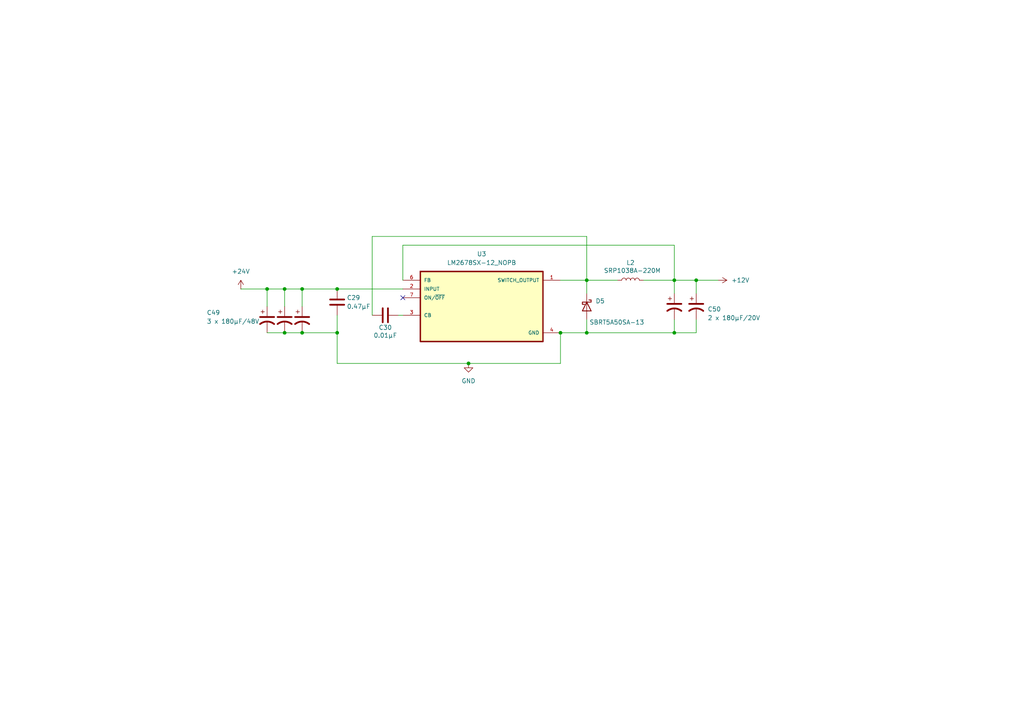
<source format=kicad_sch>
(kicad_sch (version 20250114) (generator "eeschema") (generator_version "9.0")
  (paper "A4")
  (lib_symbols
    (symbol "Device:C" (pin_numbers (hide yes)) (pin_names (offset 0.254))
      (property "Reference" "C" (at 0.635 2.54 0))
      (property "Value" "C" (at 0.635 -2.54 0))
      (symbol "C_0_1"
        (polyline (pts (xy -2.032 0.762) (xy 2.032 0.762)) (stroke (width 0.508)))
        (polyline (pts (xy -2.032 -0.762) (xy 2.032 -0.762)) (stroke (width 0.508)))
      )
      (symbol "C_1_1"
        (pin passive line (at 0 3.81 270) (length 2.794) (name "~") (number "1"))
        (pin passive line (at 0 -3.81 90) (length 2.794) (name "~") (number "2"))
      )
    )
    (symbol "Device:C_Polarized_US" (pin_numbers (hide yes)) (pin_names (offset 0.254) (hide yes))
      (property "Reference" "C" (at 0.635 2.54 0))
      (property "Value" "C_Polarized_US" (at 0.635 -2.54 0))
      (symbol "C_Polarized_US_0_1"
        (polyline (pts (xy -2.032 0.762) (xy 2.032 0.762)) (stroke (width 0.508)))
        (polyline (pts (xy -1.778 2.286) (xy -0.762 2.286)))
        (polyline (pts (xy -1.27 1.778) (xy -1.27 2.794)))
        (arc (start -2.032 -1.27) (mid 0 -0.5572) (end 2.032 -1.27) (stroke (width 0.508)))
      )
      (symbol "C_Polarized_US_1_1"
        (pin passive line (at 0 3.81 270) (length 2.794) (name "~") (number "1"))
        (pin passive line (at 0 -3.81 90) (length 3.302) (name "~") (number "2"))
      )
    )
    (symbol "Device:D_Schottky" (pin_numbers (hide yes)) (pin_names (offset 1.016) (hide yes))
      (property "Reference" "D" (at 0 2.54 0))
      (property "Value" "D_Schottky" (at 0 -2.54 0))
      (symbol "D_Schottky_0_1"
        (polyline (pts (xy -1.905 0.635) (xy -1.905 1.27) (xy -1.27 1.27) (xy -1.27 -1.27) (xy -0.635 -1.27) (xy -0.635 -0.635)) (stroke (width 0.254)))
        (polyline (pts (xy 1.27 1.27) (xy 1.27 -1.27) (xy -1.27 0) (xy 1.27 1.27)) (stroke (width 0.254)))
        (polyline (pts (xy 1.27 0) (xy -1.27 0)))
      )
      (symbol "D_Schottky_1_1"
        (pin passive line (at -3.81 0 0) (length 2.54) (name "K") (number "1"))
        (pin passive line (at 3.81 0 180) (length 2.54) (name "A") (number "2"))
      )
    )
    (symbol "Device:L" (pin_numbers (hide yes)) (pin_names (offset 1.016) (hide yes))
      (property "Reference" "L" (at -1.27 0 90))
      (property "Value" "L" (at 1.905 0 90))
      (symbol "L_0_1"
        (arc (start 0 2.54) (mid 0.6323 1.905) (end 0 1.27))
        (arc (start 0 1.27) (mid 0.6323 0.635) (end 0 0))
        (arc (start 0 0) (mid 0.6323 -0.635) (end 0 -1.27))
        (arc (start 0 -1.27) (mid 0.6323 -1.905) (end 0 -2.54))
      )
      (symbol "L_1_1"
        (pin passive line (at 0 3.81 270) (length 1.27) (name "1") (number "1"))
        (pin passive line (at 0 -3.81 90) (length 1.27) (name "2") (number "2"))
      )
    )
    (symbol "LM2678SX-12_NOPB:LM2678SX-12_NOPB" (pin_names (offset 1.016))
      (property "Reference" "U" (at -17.78 11.16 0))
      (property "Value" "LM2678SX-12_NOPB" (at -17.78 -14.16 0))
      (symbol "LM2678SX-12_NOPB_0_0"
        (rectangle (start -17.78 -10.16) (end 17.78 10.16) (stroke (width 0.41)) (fill (type background)))
        (pin input line (at -22.86 7.62 0) (length 5.08) (name "FB") (number "6"))
        (pin input line (at -22.86 5.08 0) (length 5.08) (name "INPUT") (number "2"))
        (pin input line (at -22.86 2.54 0) (length 5.08) (name "ON/~{OFF}") (number "7"))
        (pin bidirectional line (at -22.86 -2.54 0) (length 5.08) (name "CB") (number "3"))
        (pin output line (at 22.86 7.62 180) (length 5.08) (name "SWITCH_OUTPUT") (number "1"))
        (pin power_in line (at 22.86 -7.62 180) (length 5.08) (name "GND") (number "4"))
      )
    )
    (symbol "power:+12V" (power) (pin_numbers (hide yes)) (pin_names (offset 0) (hide yes))
      (property "Value" "+12V" (at 0 3.556 0))
      (symbol "+12V_0_1"
        (polyline (pts (xy -0.762 1.27) (xy 0 2.54)))
        (polyline (pts (xy 0 2.54) (xy 0.762 1.27)))
        (polyline (pts (xy 0 0) (xy 0 2.54)))
      )
      (symbol "+12V_1_1"
        (pin power_in line (at 0 0 90) (length 0) (name "~") (number "1"))
      )
    )
    (symbol "power:+24V" (power) (pin_numbers (hide yes)) (pin_names (offset 0) (hide yes))
      (property "Value" "+24V" (at 0 3.556 0))
      (symbol "+24V_0_1"
        (polyline (pts (xy -0.762 1.27) (xy 0 2.54)))
        (polyline (pts (xy 0 2.54) (xy 0.762 1.27)))
        (polyline (pts (xy 0 0) (xy 0 2.54)))
      )
      (symbol "+24V_1_1"
        (pin power_in line (at 0 0 90) (length 0) (name "~") (number "1"))
      )
    )
    (symbol "power:GND" (power) (pin_numbers (hide yes)) (pin_names (offset 0) (hide yes))
      (property "Value" "GND" (at 0 -3.81 0))
      (symbol "GND_0_1"
        (polyline (pts (xy 0 0) (xy 0 -1.27) (xy 1.27 -1.27) (xy 0 -2.54) (xy -1.27 -1.27) (xy 0 -1.27)))
      )
      (symbol "GND_1_1"
        (pin power_in line (at 0 0 270) (length 0) (name "~") (number "1"))
      )
    )
  )
  (junction (at 82.55 83.82))
  (junction (at 87.63 83.82))
  (junction (at 195.58 96.52))
  (junction (at 97.79 96.52))
  (junction (at 135.89 105.41))
  (junction (at 77.47 83.82))
  (junction (at 97.79 83.82))
  (junction (at 82.55 96.52))
  (junction (at 162.56 96.52))
  (junction (at 201.93 81.28))
  (junction (at 195.58 81.28))
  (junction (at 170.18 96.52))
  (junction (at 170.18 81.28))
  (junction (at 87.63 96.52))
  (no_connect (at 116.84 86.36))
  (wire (pts (xy 201.93 92.71) (xy 201.93 96.52)))
  (wire (pts (xy 201.93 81.28) (xy 208.28 81.28)))
  (wire (pts (xy 87.63 83.82) (xy 97.79 83.82)))
  (wire (pts (xy 170.18 96.52) (xy 162.56 96.52)))
  (wire (pts (xy 77.47 83.82) (xy 82.55 83.82)))
  (wire (pts (xy 87.63 88.9) (xy 87.63 83.82)))
  (wire (pts (xy 170.18 92.71) (xy 170.18 96.52)))
  (wire (pts (xy 201.93 96.52) (xy 195.58 96.52)))
  (wire (pts (xy 195.58 71.12) (xy 195.58 81.28)))
  (wire (pts (xy 170.18 96.52) (xy 195.58 96.52)))
  (wire (pts (xy 115.57 91.44) (xy 116.84 91.44)))
  (wire (pts (xy 195.58 81.28) (xy 195.58 85.09)))
  (wire (pts (xy 186.69 81.28) (xy 195.58 81.28)))
  (wire (pts (xy 201.93 85.09) (xy 201.93 81.28)))
  (wire (pts (xy 97.79 96.52) (xy 97.79 105.41)))
  (wire (pts (xy 97.79 91.44) (xy 97.79 96.52)))
  (wire (pts (xy 170.18 81.28) (xy 179.07 81.28)))
  (wire (pts (xy 97.79 105.41) (xy 135.89 105.41)))
  (wire (pts (xy 77.47 88.9) (xy 77.47 83.82)))
  (wire (pts (xy 195.58 92.71) (xy 195.58 96.52)))
  (wire (pts (xy 107.95 68.58) (xy 170.18 68.58)))
  (wire (pts (xy 170.18 81.28) (xy 170.18 85.09)))
  (wire (pts (xy 162.56 96.52) (xy 162.56 105.41)))
  (wire (pts (xy 195.58 81.28) (xy 201.93 81.28)))
  (wire (pts (xy 77.47 96.52) (xy 82.55 96.52)))
  (wire (pts (xy 170.18 68.58) (xy 170.18 81.28)))
  (wire (pts (xy 116.84 71.12) (xy 195.58 71.12)))
  (wire (pts (xy 162.56 81.28) (xy 170.18 81.28)))
  (wire (pts (xy 116.84 71.12) (xy 116.84 81.28)))
  (wire (pts (xy 69.85 83.82) (xy 77.47 83.82)))
  (wire (pts (xy 107.95 91.44) (xy 107.95 68.58)))
  (wire (pts (xy 97.79 83.82) (xy 116.84 83.82)))
  (wire (pts (xy 82.55 88.9) (xy 82.55 83.82)))
  (wire (pts (xy 82.55 83.82) (xy 87.63 83.82)))
  (wire (pts (xy 82.55 96.52) (xy 87.63 96.52)))
  (wire (pts (xy 135.89 105.41) (xy 162.56 105.41)))
  (wire (pts (xy 97.79 96.52) (xy 87.63 96.52)))
  (symbol (lib_id "Device:L") (at 182.88 81.28 90) (unit 1)
    (property "Reference" "L2" (at 182.88 76.2 90))
    (property "Value" "SRP1038A-220M" (at 183.388 78.486 90))
    (property "Footprint" "Footprints:SRP1038A-220M_BRN" (effects (hide yes)))
    (property "Description" "Inductor" (effects (hide yes)))
  )
  (symbol (lib_id "Device:C_Polarized_US") (at 87.63 92.71 0) (unit 1)
    (property "Reference" "C28" (effects (hide yes)))
    (property "Value" "C_Polarized_US" (effects (hide yes)))
    (property "Footprint" "Capacitor_SMD:CP_Elec_8x10.5" (effects (hide yes)))
    (property "Description" "Polarized capacitor, US symbol" (effects (hide yes)))
  )
  (symbol (lib_id "power:GND") (at 135.89 105.41 0) (unit 1)
    (property "Reference" "#PWR03" (effects (hide yes)))
    (property "Value" "GND" (at 135.89 110.49 0))
    (property "Description" "Power symbol creates a global label with name \"GND\" , ground" (effects (hide yes)))
  )
  (symbol (lib_id "Device:D_Schottky") (at 170.18 88.9 270) (unit 1)
    (property "Reference" "D5" (at 172.72 87.3124 90) (effects (justify left)))
    (property "Value" "SBRT5A50SA-13" (at 170.942 93.472 90) (effects (justify left)))
    (property "Footprint" "Footprints:SMA_DIO-L" (effects (hide yes)))
    (property "Description" "Schottky diode" (effects (hide yes)))
  )
  (symbol (lib_id "Device:C_Polarized_US") (at 201.93 88.9 0) (unit 1)
    (property "Reference" "C50" (at 205.232 89.662 0) (effects (justify left)))
    (property "Value" "2 x 180μF/20V" (at 205.232 92.202 0) (effects (justify left)))
    (property "Footprint" "Capacitor_SMD:CP_Elec_6.3x7.7" (effects (hide yes)))
    (property "Description" "Polarized capacitor, US symbol" (effects (hide yes)))
  )
  (symbol (lib_id "LM2678SX-12_NOPB:LM2678SX-12_NOPB") (at 139.7 88.9 0) (unit 1)
    (property "Reference" "U3" (at 139.7 73.66 0))
    (property "Value" "LM2678SX-12_NOPB" (at 139.7 76.2 0))
    (property "Footprint" "Package_TO_SOT_SMD:TO-263-7_TabPin8" (effects (hide yes)))
  )
  (symbol (lib_id "Device:C") (at 97.79 87.63 0) (unit 1)
    (property "Reference" "C29" (at 100.584 86.36 0) (effects (justify left)))
    (property "Value" "0.47μF" (at 100.584 88.9 0) (effects (justify left)))
    (property "Footprint" "Capacitor_SMD:C_0603_1608Metric_Pad1.08x0.95mm_HandSolder" (effects (hide yes)))
    (property "Description" "Unpolarized capacitor" (effects (hide yes)))
  )
  (symbol (lib_id "Device:C_Polarized_US") (at 82.55 92.71 0) (unit 1)
    (property "Reference" "C27" (effects (hide yes)))
    (property "Value" "C_Polarized_US" (effects (hide yes)))
    (property "Footprint" "Capacitor_SMD:CP_Elec_8x10.5" (effects (hide yes)))
    (property "Description" "Polarized capacitor, US symbol" (effects (hide yes)))
  )
  (symbol (lib_id "power:+24V") (at 69.85 83.82 0) (unit 1)
    (property "Reference" "#PWR07" (effects (hide yes)))
    (property "Value" "+24V" (at 69.85 78.74 0))
    (property "Description" "Power symbol creates a global label with name \"+24V\"" (effects (hide yes)))
  )
  (symbol (lib_id "Device:C") (at 111.76 91.44 90) (unit 1)
    (property "Reference" "C30" (at 111.76 94.996 90))
    (property "Value" "0.01μF" (at 111.76 97.282 90))
    (property "Footprint" "Capacitor_SMD:C_0603_1608Metric_Pad1.08x0.95mm_HandSolder" (effects (hide yes)))
    (property "Description" "Unpolarized capacitor" (effects (hide yes)))
  )
  (symbol (lib_id "power:+12V") (at 208.28 81.28 270) (unit 1)
    (property "Reference" "#PWR05" (effects (hide yes)))
    (property "Value" "+12V" (at 212.09 81.2799 90) (effects (justify left)))
    (property "Description" "Power symbol creates a global label with name \"+12V\"" (effects (hide yes)))
  )
  (symbol (lib_id "Device:C_Polarized_US") (at 195.58 88.9 0) (unit 1)
    (property "Reference" "C31" (effects (hide yes)))
    (property "Value" "180μF/16V" (effects (hide yes)))
    (property "Footprint" "Capacitor_SMD:CP_Elec_6.3x7.7" (effects (hide yes)))
    (property "Description" "Polarized capacitor, US symbol" (effects (hide yes)))
  )
  (symbol (lib_id "Device:C_Polarized_US") (at 77.47 92.71 0) (unit 1)
    (property "Reference" "C49" (at 59.944 90.678 0) (effects (justify left)))
    (property "Value" "3 x 180μF/48V" (at 59.944 93.218 0) (effects (justify left)))
    (property "Footprint" "Capacitor_SMD:CP_Elec_8x10.5" (effects (hide yes)))
    (property "Description" "Polarized capacitor, US symbol" (effects (hide yes)))
  )
)
</source>
